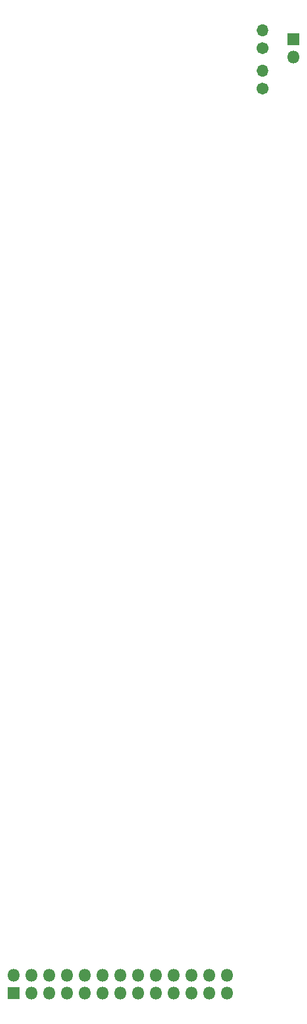
<source format=gbs>
G04 #@! TF.FileFunction,Soldermask,Bot*
%FSLAX46Y46*%
G04 Gerber Fmt 4.6, Leading zero omitted, Abs format (unit mm)*
G04 Created by KiCad (PCBNEW 4.0.7) date Wed Feb 14 16:44:24 2018*
%MOMM*%
%LPD*%
G01*
G04 APERTURE LIST*
%ADD10C,0.100000*%
%ADD11R,1.801600X1.801600*%
%ADD12O,1.801600X1.801600*%
%ADD13C,1.701600*%
%ADD14O,1.701600X1.701600*%
G04 APERTURE END LIST*
D10*
D11*
X25673219Y-155834377D03*
D12*
X25673219Y-153294377D03*
X28213219Y-155834377D03*
X28213219Y-153294377D03*
X30753219Y-155834377D03*
X30753219Y-153294377D03*
X33293219Y-155834377D03*
X33293219Y-153294377D03*
X35833219Y-155834377D03*
X35833219Y-153294377D03*
X38373219Y-155834377D03*
X38373219Y-153294377D03*
X40913219Y-155834377D03*
X40913219Y-153294377D03*
X43453219Y-155834377D03*
X43453219Y-153294377D03*
X45993219Y-155834377D03*
X45993219Y-153294377D03*
X48533219Y-155834377D03*
X48533219Y-153294377D03*
X51073219Y-155834377D03*
X51073219Y-153294377D03*
X53613219Y-155834377D03*
X53613219Y-153294377D03*
X56153219Y-155834377D03*
X56153219Y-153294377D03*
D11*
X65678219Y-19944377D03*
D12*
X65678219Y-22484377D03*
D13*
X61233219Y-21214377D03*
D14*
X61233219Y-18674377D03*
D13*
X61233219Y-26929377D03*
D14*
X61233219Y-24389377D03*
M02*

</source>
